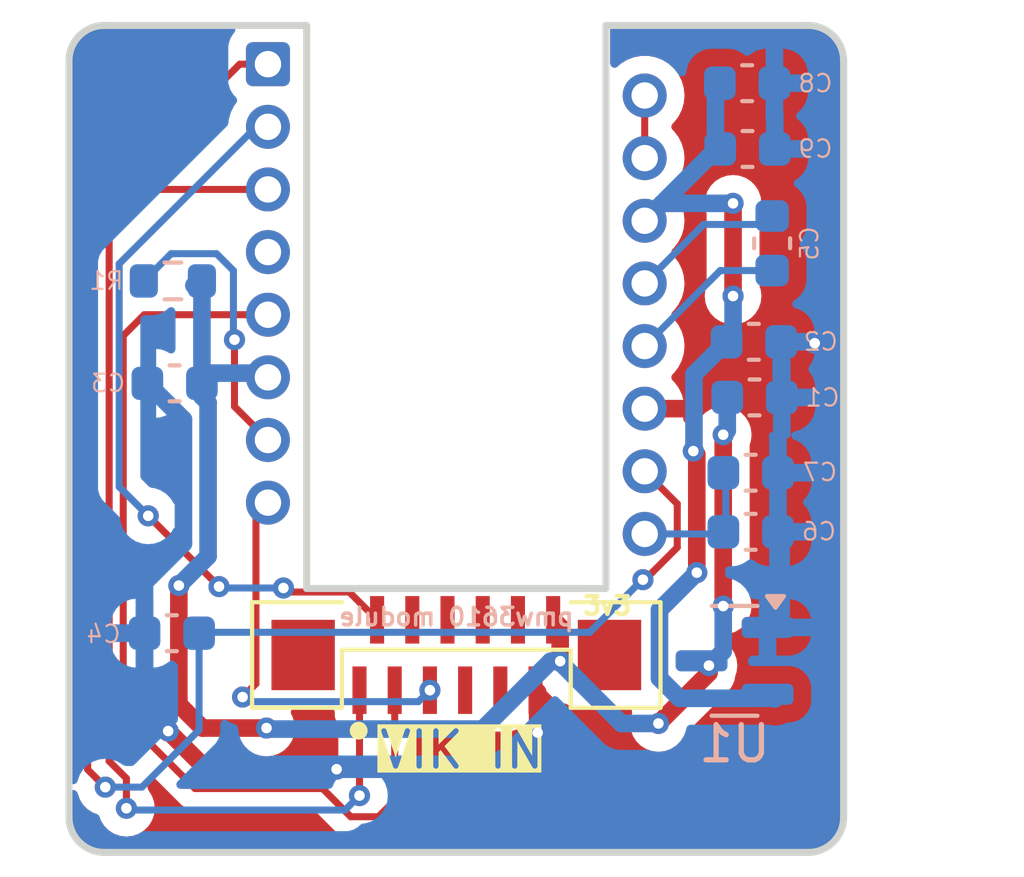
<source format=kicad_pcb>
(kicad_pcb (version 20240108) (generator "pcbnew") (generator_version "8.0")
  (layers (0 "F.Cu" signal) (31 "B.Cu" signal) (34 "B.Paste" user) (35 "F.Paste" user) (36 "B.SilkS" user "B.Silkscreen") (37 "F.SilkS" user "F.Silkscreen") (38 "B.Mask" user) (39 "F.Mask" user) (44 "Edge.Cuts" user))
  (net 0 "")
  (net 1 "VCC")
  (net 2 "GND")
  (net 3 "+1V9")
  (net 4 "Net-(U2-+VCSEL)")
  (net 5 "Net-(U2-CP)")
  (net 6 "Net-(U2-CN)")
  (net 7 "Net-(U2-VCP)")
  (net 8 "Net-(U2-NRESET)")
  (net 9 "Net-(U2--VCSEL)")
  (net 11 "MOTION")
  (net 12 "SCLK")
  (net 13 "SDIO")
  (net 14 "NCS")
  (footprint "roBa:PMW3610DM-SUDU 16Pin" (layer "F.Cu") (at 137.36 87.642314 90)
    (property "Reference" "U2" (hide yes))
    (property "Value" "PMW3610")
    (pad "1" thru_hole roundrect (at 6.168 -5.35 270) (size 1.25 1.25) (drill 0.75) (layers "*.Cu" "*.Mask") (roundrect_rratio 0.15) (net 4 "Net-(U2-+VCSEL)"))
    (pad "2" thru_hole oval (at 4.388 -5.35 270) (size 1.25 1.25) (drill 0.75) (layers "*.Cu" "*.Mask") (net 13 "SDIO"))
    (pad "3" thru_hole oval (at 2.608 -5.35 270) (size 1.25 1.25) (drill 0.75) (layers "*.Cu" "*.Mask") (net 12 "SCLK"))
    (pad "4" thru_hole oval (at 0.828 -5.35 270) (size 1.25 1.25) (drill 0.75) (layers "*.Cu" "*.Mask"))
    (pad "5" thru_hole oval (at -0.952 -5.35 270) (size 1.25 1.25) (drill 0.75) (layers "*.Cu" "*.Mask") (net 14 "NCS"))
    (pad "6" thru_hole oval (at -2.732 -5.35 270) (size 1.25 1.25) (drill 0.75) (layers "*.Cu" "*.Mask") (net 1 "VCC"))
    (pad "7" thru_hole oval (at -4.512 -5.35 270) (size 1.25 1.25) (drill 0.75) (layers "*.Cu" "*.Mask") (net 8 "Net-(U2-NRESET)"))
    (pad "8" thru_hole oval (at -6.292 -5.35 270) (size 1.25 1.25) (drill 0.75) (layers "*.Cu" "*.Mask") (net 11 "MOTION"))
    (pad "9" thru_hole oval (at -7.182 5.35 270) (size 1.25 1.25) (drill 0.75) (layers "*.Cu" "*.Mask") (net 7 "Net-(U2-VCP)"))
    (pad "10" thru_hole oval (at -5.402 5.35 270) (size 1.25 1.25) (drill 0.75) (layers "*.Cu" "*.Mask") (net 4 "Net-(U2-+VCSEL)"))
    (pad "11" thru_hole oval (at -3.622 5.35 270) (size 1.25 1.25) (drill 0.75) (layers "*.Cu" "*.Mask") (net 2 "GND"))
    (pad "12" thru_hole oval (at -1.842 5.35 270) (size 1.25 1.25) (drill 0.75) (layers "*.Cu" "*.Mask") (net 5 "Net-(U2-CP)"))
    (pad "13" thru_hole oval (at -0.062 5.35 270) (size 1.25 1.25) (drill 0.75) (layers "*.Cu" "*.Mask") (net 6 "Net-(U2-CN)"))
    (pad "14" thru_hole oval (at 1.718 5.35 270) (size 1.25 1.25) (drill 0.75) (layers "*.Cu" "*.Mask") (net 3 "+1V9"))
    (pad "15" thru_hole oval (at 3.498 5.35 270) (size 1.25 1.25) (drill 0.75) (layers "*.Cu" "*.Mask") (net 9 "Net-(U2--VCSEL)"))
    (pad "16" thru_hole oval (at 5.278 5.35 270) (size 1.25 1.25) (drill 0.75) (layers "*.Cu" "*.Mask") (net 9 "Net-(U2--VCSEL)"))
    (zone (net 0) (net_name "") (layers "*.Cu" "F.CrtYd") (connect_pads (clearance 0)) (min_thickness 0.254)
      (keepout (tracks not_allowed) (vias not_allowed) (pads not_allowed) (copperpour not_allowed) (footprints not_allowed))
      (fill (thermal_gap 0.508) (thermal_bridge_width 0.508))
      (polygon (pts (xy 132.9912 95.973514) (xy 133.042 79.650714) (xy 141.7288 79.650714) (xy 141.7288 95.973514)))
    )
  )
  (footprint "vik:vik-module-connector-vertical" (layer "F.Cu") (at 137.36 98.264314)
    (property "Reference" "J2" (hide yes))
    (property "Value" "vik-module-connector")
    (fp_line (start -5.8 -1.5) (end -3.25 -1.5) (stroke (width 0.12)) (layer "F.SilkS"))
    (fp_line (start -5.8 1.5) (end -5.8 -1.5) (stroke (width 0.12)) (layer "F.SilkS"))
    (fp_line (start -5.8 1.5) (end -3.25 1.5) (stroke (width 0.12)) (layer "F.SilkS"))
    (fp_line (start -3.25 -0.15) (end -3.25 1.5) (stroke (width 0.12)) (layer "F.SilkS"))
    (fp_line (start -3.25 -0.15) (end 3.25 -0.15) (stroke (width 0.12)) (layer "F.SilkS"))
    (fp_line (start 3.25 -0.15) (end 3.25 1.5) (stroke (width 0.12)) (layer "F.SilkS"))
    (fp_line (start 5.8 -1.5) (end 3.25 -1.5) (stroke (width 0.12)) (layer "F.SilkS"))
    (fp_line (start 5.8 1.5) (end 3.25 1.5) (stroke (width 0.12)) (layer "F.SilkS"))
    (fp_line (start 5.8 1.5) (end 5.8 -1.5) (stroke (width 0.12)) (layer "F.SilkS"))
    (fp_circle (center -2.773 2.15) (end -2.646 2.15) (stroke (width 0.254)) (fill none) (layer "F.SilkS"))
    (fp_text user "VIK IN" (at -2.25 3.285686 0) (layer "F.SilkS" knockout) (effects (justify left bottom)))
    (fp_text user "3v3" (at 3.54 -1.104314 0) (layer "F.SilkS") (effects (font (size 0.5 0.5) (thickness 0.125)) (justify left bottom)))
    (pad "" smd rect (at -4.35 0) (size 1.8 2) (layers "F.Cu" "F.Paste" "F.Mask"))
    (pad "" smd rect (at 4.35 0) (size 1.8 2) (layers "F.Cu" "F.Paste" "F.Mask"))
    (pad "1" smd rect (at -2.75 1) (size 0.4 1.35) (layers "F.Cu" "F.Paste" "F.Mask") (net 12 "SCLK"))
    (pad "2" smd rect (at -2.25 -1) (size 0.4 1.35) (layers "F.Cu" "F.Paste" "F.Mask") (net 13 "SDIO"))
    (pad "3" smd rect (at -1.75 1) (size 0.4 1.35) (layers "F.Cu" "F.Paste" "F.Mask") (net 14 "NCS"))
    (pad "4" smd rect (at -1.25 -1) (size 0.4 1.35) (layers "F.Cu" "F.Paste" "F.Mask"))
    (pad "5" smd rect (at -0.75 1) (size 0.4 1.35) (layers "F.Cu" "F.Paste" "F.Mask") (net 11 "MOTION"))
    (pad "6" smd rect (at -0.25 -1) (size 0.4 1.35) (layers "F.Cu" "F.Paste" "F.Mask"))
    (pad "7" smd rect (at 0.25 1) (size 0.4 1.35) (layers "F.Cu" "F.Paste" "F.Mask"))
    (pad "8" smd rect (at 0.75 -1) (size 0.4 1.35) (layers "F.Cu" "F.Paste" "F.Mask"))
    (pad "9" smd rect (at 1.25 1) (size 0.4 1.35) (layers "F.Cu" "F.Paste" "F.Mask"))
    (pad "10" smd rect (at 1.75 -1) (size 0.4 1.35) (layers "F.Cu" "F.Paste" "F.Mask"))
    (pad "11" smd rect (at 2.25 1) (size 0.4 1.35) (layers "F.Cu" "F.Paste" "F.Mask") (net 2 "GND"))
    (pad "12" smd rect (at 2.75 -1) (size 0.4 1.35) (layers "F.Cu" "F.Paste" "F.Mask") (net 1 "VCC"))
  )
  (footprint "roBa:C_0603_1608Metric" (layer "B.Cu") (at 145.81 89.364314)
    (property "Reference" "C2" (at 1.9 -0.004314 0) (layer "B.SilkS") (effects (font (size 0.5 0.5) (thickness 0.0625)) (justify mirror)))
    (property "Value" "1uF")
    (fp_line (start 0.140581 -0.51) (end -0.140581 -0.51) (stroke (width 0.12)) (layer "B.SilkS"))
    (fp_line (start 0.140581 0.51) (end -0.140581 0.51) (stroke (width 0.12)) (layer "B.SilkS"))
    (pad "1" smd roundrect (at -0.775 0) (size 0.9 0.95) (layers "B.Cu" "B.Paste" "B.Mask") (net 3 "+1V9"))
    (pad "2" smd roundrect (at 0.775 0) (size 0.9 0.95) (layers "B.Cu" "B.Paste" "B.Mask") (net 2 "GND"))
  )
  (footprint "roBa:C_0603_1608Metric" (layer "B.Cu") (at 145.72 93.084314)
    (property "Reference" "C7" (at 1.97 -0.014314 0) (layer "B.SilkS") (effects (font (size 0.5 0.5) (thickness 0.0625)) (justify mirror)))
    (property "Value" "10nF (X7R)")
    (fp_line (start 0.140581 -0.51) (end -0.140581 -0.51) (stroke (width 0.12)) (layer "B.SilkS"))
    (fp_line (start 0.140581 0.51) (end -0.140581 0.51) (stroke (width 0.12)) (layer "B.SilkS"))
    (pad "1" smd roundrect (at -0.775 0) (size 0.9 0.95) (layers "B.Cu" "B.Paste" "B.Mask") (net 7 "Net-(U2-VCP)"))
    (pad "2" smd roundrect (at 0.775 0) (size 0.9 0.95) (layers "B.Cu" "B.Paste" "B.Mask") (net 2 "GND"))
  )
  (footprint "roBa:C_0603_1608Metric" (layer "B.Cu") (at 146.33 86.564314 -90)
    (property "Reference" "C5" (at 0.005686 -1.06 90) (layer "B.SilkS") (effects (font (size 0.5 0.5) (thickness 0.0625)) (justify mirror)))
    (property "Value" "100nF (X7R)")
    (fp_line (start 0.140581 0.51) (end -0.140581 0.51) (stroke (width 0.12)) (layer "B.SilkS"))
    (fp_line (start 0.140581 -0.51) (end -0.140581 -0.51) (stroke (width 0.12)) (layer "B.SilkS"))
    (pad "1" smd roundrect (at -0.775 0 270) (size 0.9 0.95) (layers "B.Cu" "B.Paste" "B.Mask") (net 6 "Net-(U2-CN)"))
    (pad "2" smd roundrect (at 0.775 0 270) (size 0.9 0.95) (layers "B.Cu" "B.Paste" "B.Mask") (net 5 "Net-(U2-CP)"))
  )
  (footprint "roBa:C_0603_1608Metric" (layer "B.Cu") (at 145.83 90.944314 180)
    (property "Reference" "C1" (at -1.93 -0.005686 180) (layer "B.SilkS") (effects (font (size 0.5 0.5) (thickness 0.0625)) (justify mirror)))
    (property "Value" "1uF")
    (fp_line (start 0.14058 0.51) (end -0.14058 0.51) (stroke (width 0.12)) (layer "B.SilkS"))
    (fp_line (start 0.14058 -0.51) (end -0.14058 -0.51) (stroke (width 0.12)) (layer "B.SilkS"))
    (pad "1" smd roundrect (at -0.775 0 180) (size 0.9 0.95) (layers "B.Cu" "B.Paste" "B.Mask") (net 2 "GND"))
    (pad "2" smd roundrect (at 0.775 0 180) (size 0.9 0.95) (layers "B.Cu" "B.Paste" "B.Mask") (net 1 "VCC"))
  )
  (footprint "roBa:C_0603_1608Metric" (layer "B.Cu") (at 145.63 83.884314)
    (property "Reference" "C9" (at 1.93 -0.004314 0) (layer "B.SilkS") (effects (font (size 0.5 0.5) (thickness 0.0625)) (justify mirror)))
    (property "Value" "3.3uF/16V")
    (fp_line (start 0.140581 -0.51) (end -0.140581 -0.51) (stroke (width 0.12)) (layer "B.SilkS"))
    (fp_line (start 0.140581 0.51) (end -0.140581 0.51) (stroke (width 0.12)) (layer "B.SilkS"))
    (pad "1" smd roundrect (at -0.775 0) (size 0.9 0.95) (layers "B.Cu" "B.Paste" "B.Mask") (net 3 "+1V9"))
    (pad "2" smd roundrect (at 0.775 0) (size 0.9 0.95) (layers "B.Cu" "B.Paste" "B.Mask") (net 2 "GND"))
  )
  (footprint "roBa:SOT-23" (layer "B.Cu") (at 145.2625 98.43 180)
    (property "Reference" "U1" (at 0 -2.358186 180) (layer "B.SilkS") (effects (justify mirror)))
    (property "Value" "MCP1700T-1802E/TT")
    (fp_line (start 0.65 1.56) (end 0 1.56) (stroke (width 0.12)) (layer "B.SilkS"))
    (fp_line (start 0.65 -1.56) (end 0 -1.56) (stroke (width 0.12)) (layer "B.SilkS"))
    (fp_line (start -0.65 1.56) (end 0 1.56) (stroke (width 0.12)) (layer "B.SilkS"))
    (fp_line (start -0.65 -1.56) (end 0 -1.56) (stroke (width 0.12)) (layer "B.SilkS"))
    (fp_poly (pts (xy -1.1625 1.51) (xy -1.4025 1.84) (xy -0.9225 1.84) (xy -1.1625 1.51)) (stroke (width 0.12)) (fill solid) (layer "B.SilkS"))
    (pad "1" smd roundrect (at -0.9375 0.95 180) (size 1.475 0.6) (layers "B.Cu" "B.Paste" "B.Mask") (net 2 "GND"))
    (pad "2" smd roundrect (at -0.9375 -0.95 180) (size 1.475 0.6) (layers "B.Cu" "B.Paste" "B.Mask") (net 3 "+1V9"))
    (pad "3" smd roundrect (at 0.9375 0 180) (size 1.475 0.6) (layers "B.Cu" "B.Paste" "B.Mask") (net 1 "VCC"))
  )
  (footprint "roBa:C_0603_1608Metric" (layer "B.Cu") (at 145.62 82.014314)
    (property "Reference" "C8" (at 1.94 0.005686 0) (layer "B.SilkS") (effects (font (size 0.5 0.5) (thickness 0.0625)) (justify mirror)))
    (property "Value" "100nF")
    (fp_line (start 0.140581 -0.51) (end -0.140581 -0.51) (stroke (width 0.12)) (layer "B.SilkS"))
    (fp_line (start 0.140581 0.51) (end -0.140581 0.51) (stroke (width 0.12)) (layer "B.SilkS"))
    (pad "1" smd roundrect (at -0.775 0) (size 0.9 0.95) (layers "B.Cu" "B.Paste" "B.Mask") (net 3 "+1V9"))
    (pad "2" smd roundrect (at 0.775 0) (size 0.9 0.95) (layers "B.Cu" "B.Paste" "B.Mask") (net 2 "GND"))
  )
  (footprint "roBa:C_0603_1608Metric" (layer "B.Cu") (at 145.72 94.764314)
    (property "Reference" "C6" (at 1.94 -0.01 0) (layer "B.SilkS") (effects (font (size 0.5 0.5) (thickness 0.0625)) (justify mirror)))
    (property "Value" "10uF (X7R)")
    (fp_line (start 0.140581 -0.51) (end -0.140581 -0.51) (stroke (width 0.12)) (layer "B.SilkS"))
    (fp_line (start 0.140581 0.51) (end -0.140581 0.51) (stroke (width 0.12)) (layer "B.SilkS"))
    (pad "1" smd roundrect (at -0.775 0) (size 0.9 0.95) (layers "B.Cu" "B.Paste" "B.Mask") (net 7 "Net-(U2-VCP)"))
    (pad "2" smd roundrect (at 0.775 0) (size 0.9 0.95) (layers "B.Cu" "B.Paste" "B.Mask") (net 2 "GND"))
  )
  (footprint "roBa:C_0603_1608Metric" (layer "B.Cu") (at 129.28 97.644314 180)
    (property "Reference" "C4" (at 1.94 -0.025686 0) (layer "B.SilkS") (effects (font (size 0.5 0.5) (thickness 0.0625)) (justify mirror)))
    (property "Value" "10nF")
    (fp_line (start 0.140581 0.51) (end -0.140581 0.51) (stroke (width 0.12)) (layer "B.SilkS"))
    (fp_line (start 0.140581 -0.51) (end -0.140581 -0.51) (stroke (width 0.12)) (layer "B.SilkS"))
    (pad "1" smd roundrect (at -0.775 0 180) (size 0.9 0.95) (layers "B.Cu" "B.Paste" "B.Mask") (net 4 "Net-(U2-+VCSEL)"))
    (pad "2" smd roundrect (at 0.775 0 180) (size 0.9 0.95) (layers "B.Cu" "B.Paste" "B.Mask") (net 2 "GND"))
  )
  (footprint "roBa:C_0603_1608Metric" (layer "B.Cu") (at 129.36 90.544314 180)
    (property "Reference" "C3" (at 1.89 0.004314 0) (layer "B.SilkS") (effects (font (size 0.5 0.5) (thickness 0.0625)) (justify mirror)))
    (property "Value" "100nF")
    (fp_line (start 0.140581 0.51) (end -0.140581 0.51) (stroke (width 0.12)) (layer "B.SilkS"))
    (fp_line (start 0.140581 -0.51) (end -0.140581 -0.51) (stroke (width 0.12)) (layer "B.SilkS"))
    (pad "1" smd roundrect (at -0.775 0 180) (size 0.9 0.95) (layers "B.Cu" "B.Paste" "B.Mask") (net 1 "VCC"))
    (pad "2" smd roundrect (at 0.775 0 180) (size 0.9 0.95) (layers "B.Cu" "B.Paste" "B.Mask") (net 2 "GND"))
  )
  (footprint "roBa:R_0603_1608Metric" (layer "B.Cu") (at 129.31 87.634314)
    (property "Reference" "R1" (at -1.89 -0.004314 0) (layer "B.SilkS") (effects (font (size 0.5 0.5) (thickness 0.0625)) (justify mirror)))
    (property "Value" "2M")
    (fp_line (start 0.237258 -0.5225) (end -0.237258 -0.5225) (stroke (width 0.12)) (layer "B.SilkS"))
    (fp_line (start 0.237258 0.5225) (end -0.237258 0.5225) (stroke (width 0.12)) (layer "B.SilkS"))
    (pad "1" smd roundrect (at -0.825 0) (size 0.8 0.95) (layers "B.Cu" "B.Paste" "B.Mask") (net 8 "Net-(U2-NRESET)"))
    (pad "2" smd roundrect (at 0.825 0) (size 0.8 0.95) (layers "B.Cu" "B.Paste" "B.Mask") (net 1 "VCC"))
  )
  (gr_arc (start 127.36 103.874314) (mid 126.652893 103.581421) (end 126.36 102.874314) (stroke (width 0.2)) (layer "Edge.Cuts"))
  (gr_line (start 141.61 96.374314) (end 141.61 80.374314) (stroke (width 0.2)) (layer "Edge.Cuts"))
  (gr_line (start 141.61 80.374314) (end 147.36 80.374314) (stroke (width 0.2)) (layer "Edge.Cuts"))
  (gr_arc (start 147.36 80.374314) (mid 148.067107 80.667207) (end 148.36 81.374314) (stroke (width 0.2)) (layer "Edge.Cuts"))
  (gr_arc (start 148.36 102.874314) (mid 148.067107 103.581421) (end 147.36 103.874314) (stroke (width 0.2)) (layer "Edge.Cuts"))
  (gr_line (start 148.36 81.374314) (end 148.36 102.874314) (stroke (width 0.2)) (layer "Edge.Cuts"))
  (gr_line (start 126.36 102.874314) (end 126.36 81.374314) (stroke (width 0.2)) (layer "Edge.Cuts"))
  (gr_line (start 133.11 96.374314) (end 133.11 80.374314) (stroke (width 0.2)) (layer "Edge.Cuts"))
  (gr_line (start 133.11 80.374314) (end 127.36 80.374314) (stroke (width 0.2)) (layer "Edge.Cuts"))
  (gr_line (start 133.11 96.374314) (end 141.61 96.374314) (stroke (width 0.2)) (layer "Edge.Cuts"))
  (gr_line (start 127.36 103.874314) (end 147.36 103.874314) (stroke (width 0.2)) (layer "Edge.Cuts"))
  (gr_arc (start 126.36 81.374314) (mid 126.652893 80.667207) (end 127.36 80.374314) (stroke (width 0.2)) (layer "Edge.Cuts"))
  (gr_text "pmw3610 module\n" (at 137.36 97.474314 0) (layer "B.SilkS") (effects (font (size 0.5 0.5) (thickness 0.1)) (justify bottom mirror)))
  (segment (start 131.97 100.34) (end 130.150661 100.34) (width 0.5) (layer "F.Cu") (net 1))
  (segment (start 130.150661 100.34) (end 129.48 99.669339) (width 0.5) (layer "F.Cu") (net 1))
  (segment (start 140.309998 98.44) (end 140.309998 97.464312) (width 0.5) (layer "F.Cu") (net 1))
  (segment (start 129.48 99.669339) (end 129.48 96.29) (width 0.5) (layer "F.Cu") (net 1))
  (segment (start 144.535 98.775) (end 143.1 100.21) (width 0.5) (layer "F.Cu") (net 1))
  (segment (start 144.535 98.564314) (end 144.535 98.775) (width 0.5) (layer "F.Cu") (net 1))
  (segment (start 144.94 92.004314) (end 144.94 96.874314) (width 0.5) (layer "F.Cu") (net 1))
  (segment (start 140.309998 97.464312) (end 140.11 97.264314) (width 0.5) (layer "F.Cu") (net 1))
  (via (at 131.97 100.34) (size 0.6) (drill 0.3) (layers "F.Cu" "B.Cu") (net 1))
  (via (at 143.1 100.21) (size 0.6) (drill 0.3) (layers "F.Cu" "B.Cu") (net 1))
  (via (at 129.48 96.29) (size 0.6) (drill 0.3) (layers "F.Cu" "B.Cu") (net 1))
  (via (at 144.94 92.004314) (size 0.6) (drill 0.3) (layers "F.Cu" "B.Cu") (net 1))
  (via (at 144.535 98.564314) (size 0.6) (drill 0.3) (layers "F.Cu" "B.Cu") (net 1))
  (via (at 140.309998 98.44) (size 0.6) (drill 0.3) (layers "F.Cu" "B.Cu") (net 1))
  (via (at 144.94 96.874314) (size 0.6) (drill 0.3) (layers "F.Cu" "B.Cu") (net 1))
  (segment (start 130.31 95.46) (end 129.48 96.29) (width 0.5) (layer "B.Cu") (net 1))
  (segment (start 130.135 90.544314) (end 130.135 90.919314) (width 0.5) (layer "B.Cu") (net 1))
  (segment (start 130.135 90.544314) (end 130.425 90.254314) (width 0.5) (layer "B.Cu") (net 1))
  (segment (start 145.055 90.944314) (end 145.055 91.889314) (width 0.5) (layer "B.Cu") (net 1))
  (segment (start 130.31 91.094314) (end 130.31 95.46) (width 0.5) (layer "B.Cu") (net 1))
  (segment (start 138.11 100.37) (end 132 100.37) (width 0.5) (layer "B.Cu") (net 1))
  (segment (start 130.135 90.919314) (end 130.31 91.094314) (width 0.5) (layer "B.Cu") (net 1))
  (segment (start 140.309998 98.469998) (end 140.309998 98.44) (width 0.5) (layer "B.Cu") (net 1))
  (segment (start 131.89 90.254314) (end 132.01 90.374314) (width 0.2) (layer "B.Cu") (net 1))
  (segment (start 130.135 87.989314) (end 130.135 90.544314) (width 0.5) (layer "B.Cu") (net 1))
  (segment (start 132 100.37) (end 131.97 100.34) (width 0.5) (layer "B.Cu") (net 1))
  (segment (start 140.04 98.44) (end 138.11 100.37) (width 0.5) (layer "B.Cu") (net 1))
  (segment (start 132.01 90.414314) (end 131.99 90.434314) (width 0.2) (layer "B.Cu") (net 1))
  (segment (start 130.135 87.634314) (end 130.135 87.529314) (width 0.2) (layer "B.Cu") (net 1))
  (segment (start 130.135 87.529314) (end 129.905 87.759314) (width 0.2) (layer "B.Cu") (net 1))
  (segment (start 140.309998 98.44) (end 140.04 98.44) (width 0.5) (layer "B.Cu") (net 1))
  (segment (start 144.535 98.564314) (end 144.75 98.349314) (width 0.2) (layer "B.Cu") (net 1))
  (segment (start 129.905 87.759314) (end 130.135 87.989314) (width 0.5) (layer "B.Cu") (net 1))
  (segment (start 132.01 90.374314) (end 132.01 90.414314) (width 0.2) (layer "B.Cu") (net 1))
  (segment (start 145.055 91.889314) (end 144.94 92.004314) (width 0.5) (layer "B.Cu") (net 1))
  (segment (start 144.94 98.159314) (end 144.94 96.874314) (width 0.5) (layer "B.Cu") (net 1))
  (segment (start 130.425 90.254314) (end 131.89 90.254314) (width 0.5) (layer "B.Cu") (net 1))
  (segment (start 142.05 100.21) (end 140.309998 98.469998) (width 0.5) (layer "B.Cu") (net 1))
  (segment (start 144.535 98.564314) (end 144.94 98.159314) (width 0.5) (layer "B.Cu") (net 1))
  (segment (start 143.1 100.21) (end 142.05 100.21) (width 0.5) (layer "B.Cu") (net 1))
  (segment (start 129.175735 100.425735) (end 130.26 101.51) (width 0.5) (layer "F.Cu") (net 2))
  (segment (start 130.26 101.51) (end 133.96 101.51) (width 0.5) (layer "F.Cu") (net 2))
  (segment (start 142.71 91.264314) (end 142.79 91.184314) (width 0.2) (layer "F.Cu") (net 2))
  (segment (start 144.45 91.184314) (end 146.23 89.404314) (width 0.2) (layer "F.Cu") (net 2))
  (segment (start 146.23 89.404314) (end 147.54 89.404314) (width 0.2) (layer "F.Cu") (net 2))
  (segment (start 139.67 100.47) (end 139.67 99.324314) (width 0.5) (layer "F.Cu") (net 2))
  (segment (start 142.79 91.184314) (end 144.45 91.184314) (width 0.2) (layer "F.Cu") (net 2))
  (segment (start 139.67 99.324314) (end 139.61 99.264314) (width 0.5) (layer "F.Cu") (net 2))
  (via (at 129.175735 100.425735) (size 0.6) (drill 0.3) (layers "F.Cu" "B.Cu") (net 2))
  (via (at 133.96 101.51) (size 0.6) (drill 0.3) (layers "F.Cu" "B.Cu") (net 2))
  (via (at 147.54 89.404314) (size 0.6) (drill 0.3) (layers "F.Cu" "B.Cu") (net 2))
  (via (at 139.67 100.47) (size 0.6) (drill 0.3) (layers "F.Cu" "B.Cu") (net 2))
  (segment (start 129.61 95.099339) (end 128.505 96.204339) (width 0.5) (layer "B.Cu") (net 2))
  (segment (start 128.505 96.204339) (end 128.505 97.644314) (width 0.5) (layer "B.Cu") (net 2))
  (segment (start 146.2 97.48) (end 146.585 97.095) (width 0.5) (layer "B.Cu") (net 2))
  (segment (start 146.625 89.404314) (end 146.585 89.364314) (width 0.2) (layer "B.Cu") (net 2))
  (segment (start 128.505 99.755) (end 129.175735 100.425735) (width 0.5) (layer "B.Cu") (net 2))
  (segment (start 146.85282 89.364314) (end 146.585 89.364314) (width 0.5) (layer "B.Cu") (net 2))
  (segment (start 138.63 101.51) (end 133.96 101.51) (width 0.5) (layer "B.Cu") (net 2))
  (segment (start 129.61 91.569314) (end 129.61 95.099339) (width 0.5) (layer "B.Cu") (net 2))
  (segment (start 128.505 97.644314) (end 128.505 99.755) (width 0.5) (layer "B.Cu") (net 2))
  (segment (start 147.54 89.404314) (end 146.625 89.404314) (width 0.2) (layer "B.Cu") (net 2))
  (segment (start 146.585 97.095) (end 146.585 94.764314) (width 0.5) (layer "B.Cu") (net 2))
  (segment (start 146.75 83.884314) (end 146.405 83.884314) (width 0.5) (layer "B.Cu") (net 2))
  (segment (start 128.585 90.544314) (end 129.61 91.569314) (width 0.5) (layer "B.Cu") (net 2))
  (segment (start 142.76 91.284314) (end 142.74 91.264314) (width 0.2) (layer "B.Cu") (net 2))
  (segment (start 142.74 91.264314) (end 142.71 91.264314) (width 0.2) (layer "B.Cu") (net 2))
  (segment (start 139.67 100.47) (end 138.63 101.51) (width 0.5) (layer "B.Cu") (net 2))
  (segment (start 145.22 88.064314) (end 145.22 85.429314) (width 0.5) (layer "F.Cu") (net 3))
  (segment (start 144.092133 92.469016) (end 144.19 92.566883) (width 0.5) (layer "F.Cu") (net 3))
  (segment (start 142.71 85.894314) (end 142.74 85.864314) (width 0.2) (layer "F.Cu") (net 3))
  (segment (start 144.19 92.566883) (end 144.19 95.924314) (width 0.5) (layer "F.Cu") (net 3))
  (segment (start 142.71 85.924314) (end 142.71 85.894314) (width 0.2) (layer "F.Cu") (net 3))
  (via (at 144.092133 92.469016) (size 0.6) (drill 0.3) (layers "F.Cu" "B.Cu") (net 3))
  (via (at 145.22 85.429314) (size 0.6) (drill 0.3) (layers "F.Cu" "B.Cu") (net 3))
  (via (at 144.19 95.924314) (size 0.6) (drill 0.3) (layers "F.Cu" "B.Cu") (net 3))
  (via (at 145.22 88.064314) (size 0.6) (drill 0.3) (layers "F.Cu" "B.Cu") (net 3))
  (segment (start 144.72 82.139314) (end 144.845 82.014314) (width 0.5) (layer "B.Cu") (net 3))
  (segment (start 145.22 88.064314) (end 145.22 89.179314) (width 0.5) (layer "B.Cu") (net 3))
  (segment (start 143.13 96.984314) (end 143.13 98.924314) (width 0.5) (layer "B.Cu") (net 3))
  (segment (start 144.965 81.894314) (end 144.845 82.014314) (width 0.2) (layer "B.Cu") (net 3))
  (segment (start 144.11 90.289314) (end 145.035 89.364314) (width 0.5) (layer "B.Cu") (net 3))
  (segment (start 143.13 98.924314) (end 143.7 99.494314) (width 0.5) (layer "B.Cu") (net 3))
  (segment (start 144.11 92.451149) (end 144.11 90.289314) (width 0.5) (layer "B.Cu") (net 3))
  (segment (start 142.71 85.924314) (end 144.75 83.884314) (width 0.5) (layer "B.Cu") (net 3))
  (segment (start 146.39 99.494314) (end 146.41 99.514314) (width 0.5) (layer "B.Cu") (net 3))
  (segment (start 144.72 83.914314) (end 144.72 82.139314) (width 0.5) (layer "B.Cu") (net 3))
  (segment (start 144.092133 92.469016) (end 144.11 92.451149) (width 0.5) (layer "B.Cu") (net 3))
  (segment (start 145.22 85.429314) (end 143.205 85.429314) (width 0.5) (layer "B.Cu") (net 3))
  (segment (start 143.205 85.429314) (end 142.71 85.924314) (width 0.2) (layer "B.Cu") (net 3))
  (segment (start 145.22 89.179314) (end 145.035 89.364314) (width 0.5) (layer "B.Cu") (net 3))
  (segment (start 144.19 95.924314) (end 143.13 96.984314) (width 0.5) (layer "B.Cu") (net 3))
  (segment (start 143.7 99.494314) (end 146.39 99.494314) (width 0.5) (layer "B.Cu") (net 3))
  (segment (start 131.208628 81.474314) (end 132.01 81.474314) (width 0.2) (layer "F.Cu") (net 4))
  (segment (start 143.635 93.969314) (end 142.71 93.044314) (width 0.2) (layer "F.Cu") (net 4))
  (segment (start 142.718148 96.124314) (end 143.635 95.207462) (width 0.2) (layer "F.Cu") (net 4))
  (segment (start 142.66 96.124314) (end 142.718148 96.124314) (width 0.2) (layer "F.Cu") (net 4))
  (segment (start 126.89 101.51853) (end 126.89 85.792942) (width 0.2) (layer "F.Cu") (net 4))
  (segment (start 143.635 95.207462) (end 143.635 93.969314) (width 0.2) (layer "F.Cu") (net 4))
  (segment (start 126.89 85.792942) (end 131.208628 81.474314) (width 0.2) (layer "F.Cu") (net 4))
  (segment (start 127.390735 102.019265) (end 126.89 101.51853) (width 0.2) (layer "F.Cu") (net 4))
  (via (at 142.66 96.124314) (size 0.6) (drill 0.3) (layers "F.Cu" "B.Cu") (net 4))
  (via (at 127.390735 102.019265) (size 0.6) (drill 0.3) (layers "F.Cu" "B.Cu") (net 4))
  (segment (start 142.66 96.124314) (end 142.645686 96.124314) (width 0.2) (layer "B.Cu") (net 4))
  (segment (start 141.15 97.62) (end 130.079314 97.62) (width 0.2) (layer "B.Cu") (net 4))
  (segment (start 130.079314 97.62) (end 130.055 97.644314) (width 0.2) (layer "B.Cu") (net 4))
  (segment (start 142.645686 96.124314) (end 141.15 97.62) (width 0.2) (layer "B.Cu") (net 4))
  (segment (start 127.390735 102.019265) (end 128.430735 102.019265) (width 0.2) (layer "B.Cu") (net 4))
  (segment (start 128.430735 102.019265) (end 130.055 100.395) (width 0.2) (layer "B.Cu") (net 4))
  (segment (start 130.055 100.395) (end 130.055 97.644314) (width 0.2) (layer "B.Cu") (net 4))
  (segment (start 142.71 89.484314) (end 144.855 87.339314) (width 0.2) (layer "B.Cu") (net 5))
  (segment (start 144.855 87.339314) (end 146.33 87.339314) (width 0.2) (layer "B.Cu") (net 5))
  (segment (start 146.09 86.029314) (end 146.33 85.789314) (width 0.2) (layer "B.Cu") (net 6))
  (segment (start 142.71 87.704314) (end 144.385 86.029314) (width 0.2) (layer "B.Cu") (net 6))
  (segment (start 144.385 86.029314) (end 146.09 86.029314) (width 0.2) (layer "B.Cu") (net 6))
  (segment (start 144.885 94.824314) (end 142.71 94.824314) (width 0.2) (layer "B.Cu") (net 7))
  (segment (start 145.015 94.694314) (end 144.885 94.824314) (width 0.2) (layer "B.Cu") (net 7))
  (segment (start 145.015 93.094314) (end 145.015 94.694314) (width 0.2) (layer "B.Cu") (net 7))
  (segment (start 131.06 89.304314) (end 131.06 91.204314) (width 0.2) (layer "F.Cu") (net 8))
  (segment (start 131.06 91.204314) (end 132.01 92.154314) (width 0.2) (layer "F.Cu") (net 8))
  (via (at 131.06 89.304314) (size 0.6) (drill 0.3) (layers "F.Cu" "B.Cu") (net 8))
  (segment (start 131.03 89.164314) (end 131.03 87.341666) (width 0.2) (layer "B.Cu") (net 8))
  (segment (start 129.26 86.859314) (end 128.485 87.634314) (width 0.2) (layer "B.Cu") (net 8))
  (segment (start 130.547648 86.859314) (end 129.26 86.859314) (width 0.2) (layer "B.Cu") (net 8))
  (segment (start 131.06 89.304314) (end 131.06 89.194314) (width 0.2) (layer "B.Cu") (net 8))
  (segment (start 131.06 89.194314) (end 131.03 89.164314) (width 0.2) (layer "B.Cu") (net 8))
  (segment (start 131.03 87.341666) (end 130.547648 86.859314) (width 0.2) (layer "B.Cu") (net 8))
  (segment (start 142.71 82.364314) (end 142.71 84.144314) (width 0.2) (layer "F.Cu") (net 9))
  (segment (start 131.67 99.08) (end 131.67 94.274314) (width 0.2) (layer "F.Cu") (net 11))
  (segment (start 131.29 99.46) (end 131.67 99.08) (width 0.2) (layer "F.Cu") (net 11))
  (segment (start 131.67 94.274314) (end 132.01 93.934314) (width 0.2) (layer "F.Cu") (net 11))
  (via (at 131.29 99.46) (size 0.6) (drill 0.3) (layers "F.Cu" "B.Cu") (net 11))
  (via (at 136.61 99.264314) (size 0.6) (drill 0.3) (layers "F.Cu" "B.Cu") (net 11))
  (segment (start 131.42 99.59) (end 136.284314 99.59) (width 0.2) (layer "B.Cu") (net 11))
  (segment (start 136.284314 99.59) (end 136.61 99.264314) (width 0.2) (layer "B.Cu") (net 11))
  (segment (start 131.29 99.46) (end 131.42 99.59) (width 0.2) (layer "B.Cu") (net 11))
  (segment (start 127.5 85.748628) (end 128.214314 85.034314) (width 0.2) (layer "F.Cu") (net 12))
  (segment (start 127.990206 102.268323) (end 127.990735 102.267794) (width 0.2) (layer "F.Cu") (net 12))
  (segment (start 128.214314 85.034314) (end 132.01 85.034314) (width 0.2) (layer "F.Cu") (net 12))
  (segment (start 127.990735 102.267794) (end 127.990735 101.770735) (width 0.2) (layer "F.Cu") (net 12))
  (segment (start 127.990206 102.619265) (end 127.990206 102.268323) (width 0.2) (layer "F.Cu") (net 12))
  (segment (start 134.61 102.26) (end 134.61 99.264314) (width 0.2) (layer "F.Cu") (net 12))
  (segment (start 127.990735 101.770735) (end 127.5 101.28) (width 0.2) (layer "F.Cu") (net 12))
  (segment (start 127.5 101.28) (end 127.5 85.748628) (width 0.2) (layer "F.Cu") (net 12))
  (via (at 127.990206 102.619265) (size 0.6) (drill 0.3) (layers "F.Cu" "B.Cu") (net 12))
  (via (at 134.61 102.26) (size 0.6) (drill 0.3) (layers "F.Cu" "B.Cu") (net 12))
  (segment (start 134.2 102.67) (end 128.040941 102.67) (width 0.2) (layer "B.Cu") (net 12))
  (segment (start 128.040941 102.67) (end 127.990206 102.619265) (width 0.2) (layer "B.Cu") (net 12))
  (segment (start 134.61 102.26) (end 134.2 102.67) (width 0.2) (layer "B.Cu") (net 12))
  (segment (start 132.564314 96.474314) (end 134.32 96.474314) (width 0.2) (layer "F.Cu") (net 13))
  (segment (start 128.61 94.31) (end 130.62 96.32) (width 0.2) (layer "F.Cu") (net 13))
  (segment (start 132.45 96.36) (end 132.564314 96.474314) (width 0.2) (layer "F.Cu") (net 13))
  (segment (start 134.32 96.474314) (end 135.11 97.264314) (width 0.2) (layer "F.Cu") (net 13))
  (via (at 128.61 94.31) (size 0.6) (drill 0.3) (layers "F.Cu" "B.Cu") (net 13))
  (via (at 132.45 96.36) (size 0.6) (drill 0.3) (layers "F.Cu" "B.Cu") (net 13))
  (via (at 130.62 96.32) (size 0.6) (drill 0.3) (layers "F.Cu" "B.Cu") (net 13))
  (segment (start 127.785 93.485) (end 127.785 87.146666) (width 0.2) (layer "B.Cu") (net 13))
  (segment (start 127.785 87.146666) (end 131.677352 83.254314) (width 0.2) (layer "B.Cu") (net 13))
  (segment (start 128.61 94.31) (end 127.785 93.485) (width 0.2) (layer "B.Cu") (net 13))
  (segment (start 131.677352 83.254314) (end 132.01 83.254314) (width 0.2) (layer "B.Cu") (net 13))
  (segment (start 130.66 96.36) (end 130.62 96.32) (width 0.2) (layer "B.Cu") (net 13))
  (segment (start 132.45 96.36) (end 130.66 96.36) (width 0.2) (layer "B.Cu") (net 13))
  (segment (start 127.9 89.19) (end 127.9 100.02) (width 0.2) (layer "F.Cu") (net 14))
  (segment (start 135.61 102.4) (end 135.61 99.264314) (width 0.2) (layer "F.Cu") (net 14))
  (segment (start 128.495686 88.594314) (end 127.9 89.19) (width 0.2) (layer "F.Cu") (net 14))
  (segment (start 132.01 88.594314) (end 128.495686 88.594314) (width 0.2) (layer "F.Cu") (net 14))
  (segment (start 133.561471 102.06) (end 134.361471 102.86) (width 0.2) (layer "F.Cu") (net 14))
  (segment (start 135.15 102.86) (end 135.61 102.4) (width 0.2) (layer "F.Cu") (net 14))
  (segment (start 134.361471 102.86) (end 135.15 102.86) (width 0.2) (layer "F.Cu") (net 14))
  (segment (start 127.9 100.02) (end 129.94 102.06) (width 0.2) (layer "F.Cu") (net 14))
  (segment (start 129.94 102.06) (end 133.561471 102.06) (width 0.2) (layer "F.Cu") (net 14))
  (zone (net 2) (net_name "GND") (layers "F&B.Cu") (connect_pads (clearance 0.5)) (min_thickness 0.25) (fill yes (thermal_gap 0.5) (thermal_bridge_width 0.5))
    (polygon (pts (xy 124.7 104.584314) (xy 149.98 104.544314) (xy 149.98 79.654314) (xy 124.4 79.694314) (xy 124.66 104.584314)))
  )
)
</source>
